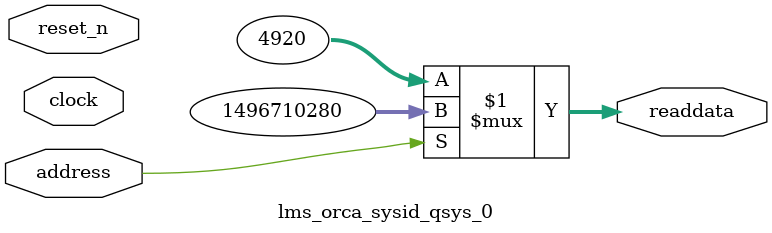
<source format=v>



// synthesis translate_off
`timescale 1ns / 1ps
// synthesis translate_on

// turn off superfluous verilog processor warnings 
// altera message_level Level1 
// altera message_off 10034 10035 10036 10037 10230 10240 10030 

module lms_orca_sysid_qsys_0 (
               // inputs:
                address,
                clock,
                reset_n,

               // outputs:
                readdata
             )
;

  output  [ 31: 0] readdata;
  input            address;
  input            clock;
  input            reset_n;

  wire    [ 31: 0] readdata;
  //control_slave, which is an e_avalon_slave
  assign readdata = address ? 1496710280 : 4920;

endmodule




</source>
